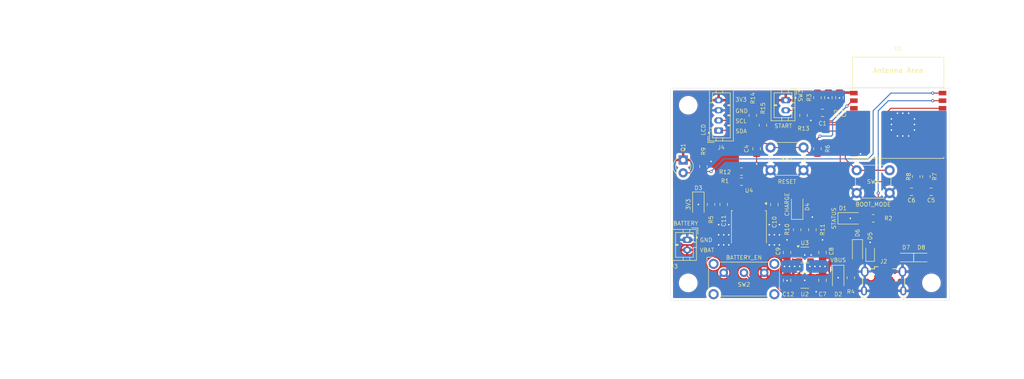
<source format=kicad_pcb>
(kicad_pcb (version 20240108) (generator "pcbnew") (generator_version "8.0")
  (title_block (title "laser photogate ESP32 board") (date "2024-03-26") (rev "1") (company "Trevor Vannoy"))
  (layers (0 "F.Cu" signal) (31 "B.Cu" signal) (34 "B.Paste" user) (35 "F.Paste" user) (36 "B.SilkS" user "B.Silkscreen") (37 "F.SilkS" user "F.Silkscreen") (38 "B.Mask" user) (39 "F.Mask" user) (44 "Edge.Cuts" user))
  (net 0 "")
  (net 1 "/EN")
  (net 2 "GND")
  (net 3 "+3V3")
  (net 4 "Net-(C4-Pad1)")
  (net 5 "/USB_D-")
  (net 6 "/USB_D+")
  (net 7 "VDD")
  (net 8 "VBAT")
  (net 9 "Net-(D1-A)")
  (net 10 "Net-(D2-A)")
  (net 11 "Net-(D3-A)")
  (net 12 "Net-(D4-K)")
  (net 13 "VBUS")
  (net 14 "/IO9")
  (net 16 "/~{LASER_TRIPPED}")
  (net 17 "/IO2")
  (net 18 "/HEARTBEAT")
  (net 19 "Net-(U3-STAT)")
  (net 20 "Net-(U3-PROG)")
  (net 21 "/IO8")
  (net 22 "Net-(SW2-B)")
  (net 23 "/SDA")
  (net 26 "/SCL")
  (net 27 "/START")
  (net 32 "/D+")
  (net 33 "/D-")
  (footprint "Package_TO_SOT_SMD:SOT-23-5" (layer "F.Cu") (at 172 91)
    (property "Reference" "U3")
    (property "Value" "MCP73831-2-OT")
  )
  (footprint "Button_Switch_THT:SW_PUSH_6mm_H4.3mm" (layer "F.Cu") (at 188.75 78.75 180)
    (property "Reference" "SW4")
    (property "Value" "BOOT_MODE")
  )
  (footprint "Capacitor_SMD:C_0805_2012Metric_Pad1.18x1.45mm_HandSolder" (layer "F.Cu") (at 193.0625 78.5 180)
    (property "Reference" "C6")
    (property "Value" "22pF")
  )
  (footprint "Resistor_SMD:R_0805_2012Metric_Pad1.20x1.40mm_HandSolder" (layer "F.Cu") (at 174.5 59.9 90)
    (property "Reference" "R3")
    (property "Value" "10k")
  )
  (footprint "Resistor_SMD:R_0805_2012Metric_Pad1.20x1.40mm_HandSolder" (layer "F.Cu") (at 159.5 74.5 180)
    (property "Reference" "R12")
    (property "Value" "10k")
  )
  (footprint "Capacitor_SMD:C_0805_2012Metric_Pad1.18x1.45mm_HandSolder" (layer "F.Cu") (at 162.5 70 -90)
    (property "Reference" "C4")
    (property "Value" "1uF")
  )
  (footprint "Capacitor_SMD:C_0805_2012Metric_Pad1.18x1.45mm_HandSolder" (layer "F.Cu") (at 196.9375 78.5 180)
    (property "Reference" "C5")
    (property "Value" "22pF")
  )
  (footprint "LED_THT:LED_D3.0mm_Clear" (layer "F.Cu") (at 148 72.225 -90)
    (property "Reference" "Q1")
    (property "Value" "Q_Photo_NPN")
  )
  (footprint "Resistor_SMD:R_0805_2012Metric_Pad1.20x1.40mm_HandSolder" (layer "F.Cu") (at 170.5 86 -90)
    (property "Reference" "R10")
    (property "Value" "390")
  )
  (footprint "Button_Switch_THT:SW_E-Switch_EG1224_SPDT_Angled" (layer "F.Cu") (at 156 94.5)
    (property "Reference" "SW2")
    (property "Value" "BATTERY_EN")
  )
  (footprint "Connector_JST:JST_PH_B2B-PH-K_1x02_P2.00mm_Vertical" (layer "F.Cu") (at 148.8 88 -90)
    (property "Reference" "J3")
    (property "Value" "BATTERY")
  )
  (footprint "LED_SMD:LED_1206_3216Metric_Pad1.42x1.75mm_HandSolder" (layer "F.Cu") (at 151 81 -90)
    (property "Reference" "D3")
    (property "Value" "3V3")
  )
  (footprint "Button_Switch_THT:SW_PUSH_6mm_H4.3mm" (layer "F.Cu") (at 171.75 74.25 180)
    (property "Reference" "SW1")
    (property "Value" "RESET")
  )
  (footprint "PCM_Espressif:ESP32-C3-WROOM-02" (layer "F.Cu") (at 190.44 64.9)
    (property "Reference" "U1")
    (property "Value" "ESP32-C3-WROOM-02")
  )
  (footprint "Resistor_SMD:R_0805_2012Metric_Pad1.20x1.40mm_HandSolder" (layer "F.Cu") (at 194 75.5 -90)
    (property "Reference" "R8")
    (property "Value" "0")
  )
  (footprint "Diode_SMD:D_SOD-123F" (layer "F.Cu") (at 182.4 90.15 -90)
    (property "Reference" "D5")
    (property "Value" "NRVB120VLSF")
  )
  (footprint "Connector_JST:JST_PH_B4B-PH-K_1x04_P2.00mm_Vertical" (layer "F.Cu") (at 155 66.4 90)
    (property "Reference" "J4")
    (property "Value" "LCD")
  )
  (footprint "Capacitor_SMD:C_0805_2012Metric_Pad1.18x1.45mm_HandSolder" (layer "F.Cu") (at 168.5 96 -90)
    (property "Reference" "C12")
    (property "Value" "0.1uF")
  )
  (footprint "Resistor_SMD:R_0805_2012Metric_Pad1.20x1.40mm_HandSolder" (layer "F.Cu") (at 152 73.5 90)
    (property "Reference" "R9")
    (property "Value" "10k")
  )
  (footprint "LED_SMD:LED_1206_3216Metric_Pad1.42x1.75mm_HandSolder" (layer "F.Cu") (at 181 83.75)
    (property "Reference" "D1")
    (property "Value" "STATUS")
  )
  (footprint "Resistor_SMD:R_0805_2012Metric_Pad1.20x1.40mm_HandSolder" (layer "F.Cu") (at 173.5 86 90)
    (property "Reference" "R11")
    (property "Value" "2k")
  )
  (footprint "Capacitor_SMD:C_0805_2012Metric_Pad1.18x1.45mm_HandSolder" (layer "F.Cu") (at 168.5 90.5 90)
    (property "Reference" "C9")
    (property "Value" "4.7uF")
  )
  (footprint "Resistor_SMD:R_0805_2012Metric_Pad1.20x1.40mm_HandSolder" (layer "F.Cu") (at 171.75 63.4 -90)
    (property "Reference" "R13")
    (property "Value" "10k")
  )
  (footprint "Resistor_SMD:R_0805_2012Metric_Pad1.20x1.40mm_HandSolder" (layer "F.Cu") (at 185.5 83.75 180)
    (property "Reference" "R2")
    (property "Value" "180")
  )
  (footprint "Diode_SMD:D_SOD-323" (layer "F.Cu") (at 184.9 90.65 90)
    (property "Reference" "D6")
    (property "Value" "SD05_SOD323")
  )
  (footprint "MountingHole:MountingHole_3.2mm_M3" (layer "F.Cu") (at 197 96.5)
    (property "Reference" "REF**" (hide yes))
    (property "Value" "MountingHole_3.2mm_M3")
  )
  (footprint "MountingHole:MountingHole_3.2mm_M3" (layer "F.Cu") (at 149 61.4)
    (property "Reference" "REF**" (hide yes))
    (property "Value" "MountingHole_3.2mm_M3")
  )
  (footprint "MountingHole:MountingHole_3.2mm_M3" (layer "F.Cu") (at 149 96.5)
    (property "Reference" "REF**" (hide yes))
    (property "Value" "MountingHole_3.2mm_M3")
  )
  (footprint "Resistor_SMD:R_0805_2012Metric_Pad1.20x1.40mm_HandSolder" (layer "F.Cu") (at 174.5 70 90)
    (property "Reference" "R6")
    (property "Value" "0")
  )
  (footprint "Package_TO_SOT_SMD:SOT-23-5" (layer "F.Cu") (at 172 96)
    (property "Reference" "U2")
    (property "Value" "MAX40200AUK")
  )
  (footprint "Connector_JST:JST_PH_B2B-PH-K_1x02_P2.00mm_Vertical" (layer "F.Cu") (at 168.25 60.4 -90)
    (property "Reference" "SW3")
    (property "Value" "START")
  )
  (footprint "Resistor_SMD:R_0805_2012Metric_Pad1.20x1.40mm_HandSolder" (layer "F.Cu") (at 163.75 65.35 -90)
    (property "Reference" "R15")
    (property "Value" "4.7k")
  )
  (footprint "LED_SMD:LED_1206_3216Metric_Pad1.42x1.75mm_HandSolder" (layer "F.Cu") (at 178.594548 95.4875 -90)
    (property "Reference" "D2")
    (property "Value" "VBUS")
  )
  (footprint "Capacitor_SMD:C_0805_2012Metric_Pad1.18x1.45mm_HandSolder" (layer "F.Cu") (at 175.5 96 -90)
    (property "Reference" "C7")
    (property "Value" "10uF")
  )
  (footprint "Connector_USB:USB_Micro-B_Wuerth_629105150521" (layer "F.Cu") (at 187.569548 96.125)
    (property "Reference" "J2")
    (property "Value" "USB_B_Micro")
  )
  (footprint "Resistor_SMD:R_0805_2012Metric_Pad1.20x1.40mm_HandSolder" (layer "F.Cu") (at 196 75.5 -90)
    (property "Reference" "R7")
    (property "Value" "0")
  )
  (footprint "Capacitor_SMD:C_0805_2012Metric_Pad1.18x1.45mm_HandSolder" (layer "F.Cu") (at 156 81 90)
    (property "Reference" "C11")
    (property "Value" "2.2uF")
  )
  (footprint "Diode_SMD:D_SOD-323" (layer "F.Cu") (at 191.9 91.5 180)
    (property "Reference" "D7")
    (property "Value" "SD05_SOD323")
  )
  (footprint "Resistor_SMD:R_0805_2012Metric_Pad1.20x1.40mm_HandSolder" (layer "F.Cu") (at 159.5 76.5 180)
    (property "Reference" "R1")
    (property "Value" "10k")
  )
  (footprint "Resistor_SMD:R_0805_2012Metric_Pad1.20x1.40mm_HandSolder" (layer "F.Cu") (at 181.094548 95.5 -90)
    (property "Reference" "R4")
    (property "Value" "180")
  )
  (footprint "Capacitor_SMD:C_0805_2012Metric_Pad1.18x1.45mm_HandSolder" (layer "F.Cu") (at 178.85 59.9 -90)
    (property "Reference" "C3")
    (property "Value" "0.1uF")
  )
  (footprint "Package_TO_SOT_SMD:TO-252-3_TabPin2" (layer "F.Cu") (at 160.975 85.54 -90)
    (property "Reference" "U4")
    (property "Value" "LD39150DT33")
  )
  (footprint "Resistor_SMD:R_0805_2012Metric_Pad1.20x1.40mm_HandSolder" (layer "F.Cu") (at 153.5 81 -90)
    (property "Reference" "R5")
    (property "Value" "180")
  )
  (footprint "LED_SMD:LED_1206_3216Metric_Pad1.42x1.75mm_HandSolder" (layer "F.Cu") (at 170.5 81.5 90)
    (property "Reference" "D4")
    (property "Value" "CHARGE")
  )
  (footprint "Diode_SMD:D_SOD-323" (layer "F.Cu") (at 195.1 91.5)
    (property "Reference" "D8")
    (property "Value" "SD05_SOD323")
  )
  (footprint "Capacitor_SMD:C_0805_2012Metric_Pad1.18x1.45mm_HandSolder" (layer "F.Cu") (at 175.5 90.5 90)
    (property "Reference" "C8")
    (property "Value" "4.7uF")
  )
  (footprint "Resistor_SMD:R_0805_2012Metric_Pad1.20x1.40mm_HandSolder" (layer "F.Cu") (at 161.75 63.4 -90)
    (property "Reference" "R14")
    (property "Value" "4.7k")
  )
  (footprint "Capacitor_SMD:C_0805_2012Metric_Pad1.18x1.45mm_HandSolder" (layer "F.Cu") (at 166 81.0375 90)
    (property "Reference" "C10")
    (property "Value" "1uF")
  )
  (footprint "Capacitor_SMD:C_0805_2012Metric_Pad1.18x1.45mm_HandSolder" (layer "F.Cu") (at 175.5 62.9)
    (property "Reference" "C1")
    (property "Value" "1uF")
  )
  (footprint "Capacitor_SMD:C_0805_2012Metric_Pad1.18x1.45mm_HandSolder" (layer "F.Cu") (at 176.66 59.9 90)
    (property "Reference" "C2")
    (property "Value" "10uF")
  )
  (gr_rect (start 145.5 58) (end 200.5 100) (stroke (width 0.05)) (fill none) (layer "Edge.Cuts"))
  (gr_text "GND" (at 158.25 63 0) (layer "F.SilkS") (effects (font (size 0.8 0.8) (thickness 0.1) (bold yes)) (justify left bottom)))
  (gr_text "GND" (at 151.25 88.5 0) (layer "F.SilkS") (effects (font (size 0.8 0.8) (thickness 0.1)) (justify left bottom)))
  (gr_text "3V3" (at 158.25 60.75 0) (layer "F.SilkS") (effects (font (size 0.8 0.8) (thickness 0.1) (bold yes)) (justify left bottom)))
  (gr_text "VBAT" (at 151.25 90.5 0) (layer "F.SilkS") (effects (font (size 0.8 0.8) (thickness 0.1)) (justify left bottom)))
  (gr_text "SCL" (at 158.25 65 0) (layer "F.SilkS") (effects (font (size 0.8 0.8) (thickness 0.1) (bold yes)) (justify left bottom)))
  (gr_text "SDA" (at 158.25 67 0) (layer "F.SilkS") (effects (font (size 0.8 0.8) (thickness 0.1) (bold yes)) (justify left bottom)))
  (segment (start 180.32 61.57) (end 177.39 64.5) (width 0.2) (layer "F.Cu") (net 1))
  (segment (start 174.4625 62.9) (end 176.0625 64.5) (width 0.2) (layer "F.Cu") (net 1))
  (segment (start 174.5 60.9) (end 174.5 62.8625) (width 0.2) (layer "F.Cu") (net 1))
  (segment (start 174.5 62.8625) (end 174.4625 62.9) (width 0.2) (layer "F.Cu") (net 1))
  (segment (start 176.0625 64.5) (end 176.5 64.5) (width 0.2) (layer "F.Cu") (net 1))
  (segment (start 181.39 60.5) (end 180.32 61.57) (width 0.2) (layer "F.Cu") (net 1))
  (segment (start 177.39 64.5) (end 176.5 64.5) (width 0.2) (layer "F.Cu") (net 1))
  (segment (start 174.5 69) (end 174.5 68) (width 0.2) (layer "F.Cu") (net 1))
  (segment (start 181.69 60.5) (end 181.39 60.5) (width 0.2) (layer "F.Cu") (net 1))
  (segment (start 174.5 68) (end 175 67.5) (width 0.2) (layer "F.Cu") (net 1))
  (via (at 180.32 61.57) (size 0.6) (drill 0.3) (layers "F.Cu" "B.Cu") (net 1))
  (via (at 175 67.5) (size 0.6) (drill 0.3) (layers "F.Cu" "B.Cu") (net 1))
  (segment (start 177.5 67.25) (end 177.5 64.39) (width 0.2) (layer "B.Cu") (net 1))
  (segment (start 177.25 67.5) (end 177.5 67.25) (width 0.2) (layer "B.Cu") (net 1))
  (segment (start 175 67.5) (end 177.25 67.5) (width 0.2) (layer "B.Cu") (net 1))
  (segment (start 177.5 64.39) (end 180.32 61.57) (width 0.2) (layer "B.Cu") (net 1))
  (segment (start 152 72.5) (end 153.5 72.5) (width 0.2) (layer "F.Cu") (net 2))
  (segment (start 160.975 80.5) (end 160.975 86.8) (width 0.4) (layer "F.Cu") (net 2))
  (segment (start 178.85 60.9375) (end 178.85 59.95) (width 0.2) (layer "F.Cu") (net 2))
  (segment (start 176.66 60.9375) (end 176.66 59.96) (width 0.2) (layer "F.Cu") (net 2))
  (segment (start 178.594548 94) (end 178.594548 95.4875) (width 0.2) (layer "F.Cu") (net 2))
  (segment (start 179.50625 83.75) (end 180.99375 83.75) (width 0.2) (layer "F.Cu") (net 2))
  (segment (start 162.5 71.0375) (end 162.5 73) (width 0.2) (layer "F.Cu") (net 2))
  (segment (start 168.5 97.0375) (end 168.5 96.05) (width 0.2) (layer "F.Cu") (net 2))
  (segment (start 176.66 59.96) (end 176.65 59.95) (width 0.2) (layer "F.Cu") (net 2))
  (segment (start 173.5 85) (end 173.5 83.5) (width 0.2) (layer "F.Cu") (net 2))
  (segment (start 170.8625 96) (end 172 96) (width 0.2) (layer "F.Cu") (net 2))
  (segment (start 181.69 71) (end 183 71) (width 0.2) (layer "F.Cu") (net 2))
  (segment (start 176.5375 61.06) (end 176.66 60.9375) (width 0.2) (layer "F.Cu") (net 2))
  (segment (start 171.75 64.4) (end 173.2 64.4) (width 0.2) (layer "F.Cu") (net 2))
  (segment (start 184.9 89.6) (end 184.9 88.5) (width 0.2) (layer "F.Cu") (net 2))
  (segment (start 175.4625 97.0375) (end 174.25 98.25) (width 0.2) (layer "F.Cu") (net 2))
  (segment (start 175.5 97.0375) (end 175.4625 97.0375) (width 0.2) (layer "F.Cu") (net 2))
  (segment (start 151 79.5125) (end 151 81) (width 0.2) (layer "F.Cu") (net 2))
  (segment (start 176.5375 62.9) (end 176.5375 61.06) (width 0.2) (layer "F.Cu") (net 2))
  (via (at 168.5 88) (size 0.6) (drill 0.3) (layers "F.Cu" "B.Cu") (net 2))
  (via (at 167 85) (size 0.6) (drill 0.3) (layers "F.Cu" "B.Cu") (net 2))
  (via (at 166 87) (size 0.6) (drill 0.3) (layers "F.Cu" "B.Cu") (net 2))
  (via (at 176.65 59.95) (size 0.6) (drill 0.3) (layers "F.Cu" "B.Cu") (net 2))
  (via (at 190.3 67.475) (size 0.6) (drill 0.3) (layers "F.Cu" "B.Cu") (net 2))
  (via (at 183 71) (size 0.6) (drill 0.3) (layers "F.Cu" "B.Cu") (net 2))
  (via (at 167 87) (size 0.6) (drill 0.3) (layers "F.Cu" "B.Cu") (net 2))
  (via (at 193.65 64.1) (size 0.6) (drill 0.3) (layers "F.Cu" "B.Cu") (net 2))
  (via (at 172 91) (size 0.6) (drill 0.3) (layers "F.Cu" "B.Cu") (net 2))
  (via (at 190.3 62.975) (size 0.6) (drill 0.3) (layers "F.Cu" "B.Cu") (net 2))
  (via (at 157 87) (size 0.6) (drill 0.3) (layers "F.Cu" "B.Cu") (net 2))
  (via (at 166 89) (size 0.6) (drill 0.3) (layers "F.Cu" "B.Cu") (net 2))
  (via (at 165 85) (size 0.6) (drill 0.3) (layers "F.Cu" "B.Cu") (net 2))
  (via (at 153.5 72.5) (size 0.6) (drill 0.3) (layers "F.Cu" "B.Cu") (net 2))
  (via (at 193.65 65.2) (size 0.6) (drill 0.3) (layers "F.Cu" "B.Cu") (net 2))
  (via (at 155 85) (size 0.6) (drill 0.3) (layers "F.Cu" "B.Cu") (net 2))
  (via (at 156 87) (size 0.6) (drill 0.3) (layers "F.Cu" "B.Cu") (net 2))
  (via (at 192.5 62.975) (size 0.6) (drill 0.3) (layers "F.Cu" "B.Cu") (net 2))
  (via (at 151 81) (size 0.6) (drill 0.3) (layers "F.Cu" "B.Cu") (net 2))
  (via (at 157 85) (size 0.6) (drill 0.3) (layers "F.Cu" "B.Cu") (net 2))
  (via (at 178.85 59.95) (size 0.6) (drill 0.3) (layers "F.Cu" "B.Cu") (net 2))
  (via (at 191.35 62.975) (size 0.6) (drill 0.3) (layers "F.Cu" "B.Cu") (net 2))
  (via (at 165 87) (size 0.6) (drill 0.3) (layers "F.Cu" "B.Cu") (net 2))
  (via (at 192.5 67.475) (size 0.6) (drill 0.3) (layers "F.Cu" "B.Cu") (net 2))
  (via (at 157 89) (size 0.6) (drill 0.3) (layers "F.Cu" "B.Cu") (net 2))
  (via (at 156 89) (size 0.6) (drill 0.3) (layers "F.Cu" "B.Cu") (net 2))
  (via (at 184.9 88.5) (size 0.6) (drill 0.3) (layers "F.Cu" "B.Cu") (net 2))
  (via (at 191.35 67.475) (size 0.6) (drill 0.3) (layers "F.Cu" "B.Cu") (net 2))
  (via (at 193.65 66.3) (size 0.6) (drill 0.3) (layers "F.Cu" "B.Cu") (net 2))
  (via (at 189.1 66.3) (size 0.6) (drill 0.3) (layers "F.Cu" "B.Cu") (net 2))
  (via (at 162.5 73) (size 0.6) (drill 0.3) (layers "F.Cu" "B.Cu") (net 2))
  (via (at 178.594548 95.4875) (size 0.6) (drill 0.3) (layers "F.Cu" "B.Cu") (net 2))
  (via (at 174.25 98.25) (size 0.6) (drill 0.3) (layers "F.Cu" "B.Cu") (net 2))
  (via (at 175.5 88) (size 0.6) (drill 0.3) (layers "F.Cu" "B.Cu") (net 2))
  (via (at 155 89) (size 0.6) (drill 0.3) (layers "F.Cu" "B.Cu") (net 2))
  (via (at 180.99375 83.75) (size 0.6) (drill 0.3) (layers "F.Cu" "B.Cu") (net 2))
  (via (at 173.2 64.4) (size 0.6) (drill 0.3) (layers "F.Cu" "B.Cu") (net 2))
  (via (at 173.25 91) (size 0.6) (drill 0.3) (layers "F.Cu" "B.Cu") (net 2))
  (via (at 168.5 96.05) (size 0.6) (drill 0.3) (layers "F.Cu" "B.Cu") (net 2))
  (via (at 165 89) (size 0.6) (drill 0.3) (layers "F.Cu" "B.Cu") (net 2))
  (via (at 189.1 65.2) (size 0.6) (drill 0.3) (layers "F.Cu" "B.Cu") (net 2))
  (via (at 173.5 83.5) (size 0.6) (drill 0.3) (layers "F.Cu" "B.Cu") (net 2))
  (via (at 189.1 64.1) (size 0.6) (drill 0.3) (layers "F.Cu" "B.Cu") (net 2))
  (via (at 167 89) (size 0.6) (drill 0.3) (layers "F.Cu" "B.Cu") (net 2))
  (via (at 155 87) (size 0.6) (drill 0.3) (layers "F.Cu" "B.Cu") (net 2))
  (via (at 172 96) (size 0.6) (drill 0.3) (layers "F.Cu" "B.Cu") (net 2))
  (segment (start 181.59 58.9) (end 181.69 59) (width 0.5) (layer "F.Cu") (net 3))
  (segment (start 174.5 58.9) (end 181.59 58.9) (width 0.5) (layer "F.Cu") (net 3))
  (segment (start 165.25 69.75) (end 171.75 69.75) (width 0.2) (layer "F.Cu") (net 4))
  (segment (start 162.5 68.9625) (end 164.4625 68.9625) (width 0.2) (layer "F.Cu") (net 4))
  (segment (start 173 71) (end 171.75 69.75) (width 0.2) (layer "F.Cu") (net 4))
  (segment (start 174.5 71) (end 173 71) (width 0.2) (layer "F.Cu") (net 4))
  (segment (start 164.4625 68.9625) (end 165.25 69.75) (width 0.2) (layer "F.Cu") (net 4))
  (segment (start 194.05 91.950001) (end 194.05 91.5) (width 0.2088) (layer "F.Cu") (net 5))
  (segment (start 186.919548 95.200001) (end 187.076648 95.357101) (width 0.2088) (layer "F.Cu") (net 5))
  (segment (start 194.05 91.5) (end 194.05 91.049999) (width 0.2088) (layer "F.Cu") (net 5))
  (segment (start 188 96.6679) (end 191.639096 96.6679) (width 0.2088) (layer "F.Cu") (net 5))
  (segment (start 193.6679 88.819548) (end 195.1679 87.319548) (width 0.2088) (layer "F.Cu") (net 5))
  (segment (start 195.9 76.6) (end 196 76.5) (width 0.2088) (layer "F.Cu") (net 5))
  (segment (start 195.9 78.5) (end 195.9 76.6) (width 0.2088) (layer "F.Cu") (net 5))
  (segment (start 193.6679 90.667899) (end 193.6679 88.819548) (width 0.2088) (layer "F.Cu") (net 5))
  (segment (start 195.1679 80.319601) (end 195.9 79.587501) (width 0.2088) (layer "F.Cu") (net 5))
  (segment (start 195.9 79.587501) (end 195.9 78.5) (width 0.2088) (layer "F.Cu") (net 5))
  (segment (start 191.639096 96.6679) (end 193.6679 94.639096) (width 0.2088) (layer "F.Cu") (net 5))
  (segment (start 193.6679 92.332101) (end 194.05 91.950001) (width 0.2088) (layer "F.Cu") (net 5))
  (segment (start 195.1679 87.319548) (end 195.1679 80.319601) (width 0.2088) (layer "F.Cu") (net 5))
  (segment (start 193.6679 94.639096) (end 193.6679 92.332101) (width 0.2088) (layer "F.Cu") (net 5))
  (segment (start 186.919548 94.225) (end 186.919548 95.200001) (width 0.2088) (layer "F.Cu") (net 5))
  (segment (start 187.076648 95.357101) (end 187.076648 95.744548) (width 0.2088) (layer "F.Cu") (net 5))
  (segment (start 194.05 91.049999) (end 193.6679 90.667899) (width 0.2088) (layer "F.Cu") (net 5))
  (segment (start 187.076648 95.744548) (end 188 96.6679) (width 0.2088) (layer "F.Cu") (net 5))
  (segment (start 194.8321 87.180452) (end 194.8321 80.319601) (width 0.2088) (layer "F.Cu") (net 6))
  (segment (start 187.412448 95.357101) (end 187.412448 95.605452) (width 0.2088) (layer "F.Cu") (net 6))
  (segment (start 191.5 96.3321) (end 193.3321 94.5) (width 0.2088) (layer "F.Cu") (net 6))
  (segment (start 192.95 91.950001) (end 192.95 91.5) (width 0.2088) (layer "F.Cu") (net 6))
  (segment (start 193.3321 92.332101) (end 192.95 91.950001) (width 0.2088) (layer "F.Cu") (net 6))
  (segment (start 194.1 78.5) (end 194.1 76.6) (width 0.2088) (layer "F.Cu") (net 6))
  (segment (start 194.1 76.6) (end 194 76.5) (width 0.2088) (layer "F.Cu") (net 6))
  (segment (start 193.3321 94.5) (end 193.3321 92.332101) (width 0.2088) (layer "F.Cu") (net 6))
  (segment (start 192.95 91.049999) (end 193.3321 90.667899) (width 0.2088) (layer "F.Cu") (net 6))
  (segment (start 192.95 91.5) (end 192.95 91.049999) (width 0.2088) (layer "F.Cu") (net 6))
  (segment (start 187.569548 94.225) (end 187.569548 95.200001) (width 0.2088) (layer "F.Cu") (net 6))
  (segment (start 187.569548 95.200001) (end 187.412448 95.357101) (width 0.2088) (layer "F.Cu") (net 6))
  (segment (start 193.3321 88.680452) (end 194.8321 87.180452) (width 0.2088) (layer "F.Cu") (net 6))
  (segment (start 193.3321 90.667899) (end 193.3321 88.680452) (width 0.2088) (layer "F.Cu") (net 6))
  (segment (start 188.139096 96.3321) (end 191.5 96.3321) (width 0.2088) (layer "F.Cu") (net 6))
  (segment (start 187.412448 95.605452) (end 188.139096 96.3321) (width 0.2088) (layer "F.Cu") (net 6))
  (segment (start 194.1 79.587501) (end 194.1 78.5) (width 0.2088) (layer "F.Cu") (net 6))
  (segment (start 194.8321 80.319601) (end 194.1 79.587501) (width 0.2088) (layer "F.Cu") (net 6))
  (via (at 174 93.25) (size 0.6) (drill 0.3) (layers "F.Cu" "B.Cu") (net 7))
  (via (at 176 93.25) (size 0.6) (drill 0.3) (layers "F.Cu" "B.Cu") (net 7))
  (via (at 173 93.25) (size 0.6) (drill 0.3) (layers "F.Cu" "B.Cu") (net 7))
  (via (at 175 93.25) (size 0.6) (drill 0.3) (layers "F.Cu" "B.Cu") (net 7))
  (segment (start 168.5 91.5375) (end 168.9125 91.95) (width 0.4) (layer "F.Cu") (net 8))
  (via (at 170 93.25) (size 0.6) (drill 0.3) (layers "F.Cu" "B.Cu") (net 8))
  (via (at 169 93.25) (size 0.6) (drill 0.3) (layers "F.Cu" "B.Cu") (net 8))
  (via (at 168 93.25) (size 0.6) (drill 0.3) (layers "F.Cu" "B.Cu") (net 8))
  (via (at 171 93.25) (size 0.6) (drill 0.3) (layers "F.Cu" "B.Cu") (net 8))
  (segment (start 182.4875 83.75) (end 184.5 83.75) (width 0.2) (layer "F.Cu") (net 9))
  (segment (start 179.475 96.5) (end 179 96.975) (width 0.2) (layer "F.Cu") (net 10))
  (segment (start 181.5 96.5) (end 179.475 96.5) (width 0.2) (layer "F.Cu") (net 10))
  (segment (start 153.5 82) (end 153 82) (width 0.2) (layer "F.Cu") (net 11))
  (segment (start 153 82) (end 152.5125 82.4875) (width 0.2) (layer "F.Cu") (net 11))
  (segment (start 152.5125 82.4875) (end 151 82.4875) (width 0.2) (layer "F.Cu") (net 11))
  (segment (start 170.5 85) (end 170.5 82.9875) (width 0.2) (layer "F.Cu") (net 12))
  (segment (start 186.269548 93.069548) (end 184.9 91.7) (width 0.5) (layer "F.Cu") (net 13))
  (segment (start 182.4 91.55) (end 184.75 91.55) (width 0.5) (layer "F.Cu") (net 13))
  (segment (start 182.4 93.6) (end 181.5 94.5) (width 0.5) (layer "F.Cu") (net 13))
  (segment (start 182.4 91.55) (end 182.4 93.6) (width 0.5) (layer "F.Cu") (net 13))
  (segment (start 184.75 91.55) (end 184.9 91.7) (width 0.5) (layer "F.Cu") (net 13))
  (segment (start 186.269548 94.225) (end 186.269548 93.069548) (width 0.5) (layer "F.Cu") (net 13))
  (segment (start 181.4 69.5) (end 181.69 69.5) (width 0.2) (layer "F.Cu") (net 14))
  (segment (start 180 70.9) (end 181.4 69.5) (width 0.2) (layer "F.Cu") (net 14))
  (segment (start 182.25 74.25) (end 188.75 74.25) (width 0.2) (layer "F.Cu") (net 14))
  (segment (start 180 72) (end 180 70.9) (width 0.2) (layer "F.Cu") (net 14))
  (segment (start 182.25 74.25) (end 180 72) (width 0.2) (layer "F.Cu") (net 14))
  (segment (start 151.735 74.765) (end 152 74.5) (width 0.2) (layer "F.Cu") (net 16))
  (segment (start 199.19 59) (end 197.25 59) (width 0.2) (layer "F.Cu") (net 16))
  (segment (start 148 74.765) (end 151.735 74.765) (width 0.2) (layer "F.Cu") (net 16))
  (segment (start 152 74.5) (end 153.5 74.5) (width 0.2) (layer "F.Cu") (net 16))
  (via (at 153.5 74.5) (size 0.6) (drill 0.3) (layers "F.Cu" "B.Cu") (net 16))
  (via (at 197.25 59) (size 0.6) (drill 0.3) (layers "F.Cu" "B.Cu") (net 16))
  (segment (start 184.5 72) (end 156 72) (width 0.2) (layer "B.Cu") (net 16))
  (segment (start 185.5 71) (end 184.5 72) (width 0.2) (layer "B.Cu") (net 16))
  (segment (start 156 72) (end 153.5 74.5) (width 0.2) (layer "B.Cu") (net 16))
  (segment (start 189 59) (end 185.5 62.5) (width 0.2) (layer "B.Cu") (net 16))
  (segment (start 197.25 59) (end 189 59) (width 0.2) (layer "B.Cu") (net 16))
  (segment (start 185.5 62.5) (end 185.5 71) (width 0.2) (layer "B.Cu") (net 16))
  (segment (start 189 76.5) (end 160.5 76.5) (width 0.2) (layer "F.Cu") (net 17))
  (segment (start 189 62) (end 187.5 63.5) (width 0.2) (layer "F.Cu") (net 17))
  (segment (start 199.19 62) (end 189 62) (width 0.2) (layer "F.Cu") (net 17))
  (segment (start 190.5 72.5) (end 190.5 75) (width 0.2) (layer "F.Cu") (net 17))
  (segment (start 190.5 75) (end 189 76.5) (width 0.2) (layer "F.Cu") (net 17))
  (segment (start 187.5 69.5) (end 190.5 72.5) (width 0.2) (layer "F.Cu") (net 17))
  (segment (start 187.5 63.5) (end 187.5 69.5) (width 0.2) (layer "F.Cu") (net 17))
  (segment (start 186.5 83.75) (end 186.5 78.75) (width 0.2) (layer "F.Cu") (net 18))
  (segment (start 197.25 60.5) (end 199.19 60.5) (width 0.2) (layer "F.Cu") (net 18))
  (via (at 186.5 78.75) (size 0.6) (drill 0.3) (layers "F.Cu" "B.Cu") (net 18))
  (via (at 197.25 60.5) (size 0.6) (drill 0.3) (layers "F.Cu" "B.Cu") (net 18))
  (segment (start 186.5 62.5) (end 187.25 61.75) (width 0.2) (layer "B.Cu") (net 18))
  (segment (start 188.5 60.5) (end 193.75 60.5) (width 0.2) (layer "B.Cu") (net 18))
  (segment (start 186.5 78.75) (end 186.5 62.5) (width 0.2) (layer "B.Cu") (net 18))
  (segment (start 187.25 61.75) (end 188.5 60.5) (width 0.2) (layer "B.Cu") (net 18))
  (segment (start 193.75 60.5) (end 196.75 60.5) (width 0.2) (layer "B.Cu") (net 18))
  (segment (start 196.75 60.5) (end 197.25 60.5) (width 0.2) (layer "B.Cu") (net 18))
  (segment (start 170.5 89.6875) (end 170.5 87) (width 0.2) (layer "F.Cu") (net 19))
  (segment (start 170.8625 90.05) (end 170.5 89.6875) (width 0.2) (layer "F.Cu") (net 19))
  (segment (start 173.5 89.6875) (end 173.5 87) (width 0.2) (layer "F.Cu") (net 20))
  (segment (start 173.1375 90.05) (end 173.5 89.6875) (width 0.2) (layer "F.Cu") (net 20))
  (segment (start 179 70.39) (end 179 73.5) (width 0.2) (layer "F.Cu") (net 21))
  (segment (start 181.39 68) (end 179 70.39) (width 0.2) (layer "F.Cu") (net 21))
  (segment (start 176.5 76) (end 162 76) (width 0.2) (layer "F.Cu") (net 21))
  (segment (start 179 73.5) (end 176.5 76) (width 0.2) (layer "F.Cu") (net 21))
  (segment (start 181.69 68) (end 181.39 68) (width 0.2) (layer "F.Cu") (net 21))
  (segment (start 162 76) (end 160.5 74.5) (width 0.2) (layer "F.Cu") (net 21))
  (segment (start 168.088478 99) (end 168.8125 99) (width 0.2) (layer "F.Cu") (net 22))
  (segment (start 168.8125 99) (end 170.8625 96.95) (width 0.2) (layer "F.Cu") (net 22))
  (segment (start 166.038478 96.95) (end 168.088478 99) (width 0.2) (layer "F.Cu") (net 22))
  (segment (start 160 94.5) (end 162.45 96.95) (width 0.2) (layer "F.Cu") (net 22))
  (segment (start 162.45 96.95) (end 166.038478 96.95) (width 0.2) (layer "F.Cu") (net 22))
  (segment (start 170.661105 66.5) (end 170.661105 66.293094) (width 0.2) (layer "F.Cu") (net 23))
  (segment (start 168.059427 66.5) (end 167.901105 66.5) (width 0.2) (layer "F.Cu") (net 23))
  (segment (start 169.2542 66.086189) (end 169.06801 66.086189) (width 0.2) (layer "F.Cu") (net 23))
  (segment (start 171.097755 66.90335) (end 170.86278 66.90335) (width 0.2) (layer "F.Cu") (net 23))
  (segment (start 170.4542 66.086189) (end 170.26801 66.086189) (width 0.2) (layer "F.Cu") (net 23))
  (segment (start 170.061105 66.293094) (end 170.061105 66.5) (width 0.2) (layer "F.Cu") (net 23))
  (segment (start 169.85419 66.91383) (end 169.66802 66.91383) (width 0.2) (layer "F.Cu") (net 23))
  (segment (start 169.461105 66.706915) (end 169.461105 66.5) (width 0.2) (layer "F.Cu") (net 23))
  (segment (start 170.661105 66.701675) (end 170.661105 66.5) (width 0.2) (layer "F.Cu") (net 23))
  (segment (start 167.332891 66.5) (end 163.9 66.5) (width 0.2) (layer "F.Cu") (net 23))
  (segment (start 170.061105 66.5) (end 170.061105 66.706915) (width 0.2) (layer "F.Cu") (net 23))
  (segment (start 168.659427 66.903356) (end 168.462783 66.903356) (width 0.2) (layer "F.Cu") (net 23))
  (segment (start 155.05 66.35) (end 155 66.4) (width 0.2) (layer "F.Cu") (net 23))
  (segment (start 168.861105 66.5) (end 168.861105 66.701678) (width 0.2) (layer "F.Cu") (net 23))
  (segment (start 163.9 66.5) (end 163.75 66.35) (width 0.2) (layer "F.Cu") (net 23))
  (segment (start 181.69 66.5) (end 171.501105 66.5) (width 0.2) (layer "F.Cu") (net 23))
  (segment (start 167.901105 66.5) (end 167.332891 66.5) (width 0.2) (layer "F.Cu") (net 23))
  (segment (start 169.461105 66.5) (end 169.461105 66.293094) (width 0.2) (layer "F.Cu") (net 23))
  (segment (start 168.861105 66.293094) (end 168.861105 66.5) (width 0.2) (layer "F.Cu") (net 23))
  (segment (start 163.75 66.35) (end 155.05 66.35) (width 0.2) (layer "F.Cu") (net 23))
  (arc (start 168.261105 66.701678) (mid 168.202035 66.55907) (end 168.059427 66.5) (width 0.2) (layer "F.Cu") (net 23))
  (arc (start 169.06801 66.086189) (mid 168.921706 66.14679) (end 168.861105 66.293094) (width 0.2) (layer "F.Cu") (net 23))
  (arc (start 168.861105 66.701678) (mid 168.802035 66.844286) (end 168.659427 66.903356) (width 0.2) (layer "F.Cu") (net 23))
  (arc (start 168.462783 66.903356) (mid 168.320175 66.844286) (end 168.261105 66.701678) (width 0.2) (layer "F.Cu") (net 23))
  (arc (start 170.061105 66.706915) (mid 170.000501 66.853226) (end 169.85419 66.91383) (width 0.2) (layer "F.Cu") (net 23))
  (arc (start 171.501105 66.5) (mid 171.358499 66.559069) (end 171.29943 66.701675) (width 0.2) (layer "F.Cu") (net 23))
  (arc (start 170.26801 66.086189) (mid 170.121706 66.14679) (end 170.061105 66.293094) (width 0.2) (layer "F.Cu") (net 23))
  (arc (start 169.66802 66.91383) (mid 169.521709 66.853226) (end 169.461105 66.706915) (width 0.2) (layer "F.Cu") (net 23))
  (arc (start 169.461105 66.293094) (mid 169.400504 66.14679) (end 169.2542 66.086189) (width 0.2) (layer "F.Cu") (net 23))
  (arc (start 170.86278 66.90335) (mid 170.720174 66.844281) (end 170.661105 66.701675) (width 0.2) (layer "F.Cu") (net 23))
  (arc (start 170.661105 66.293094) (mid 170.600504 66.14679) (end 170.4542 66.086189) (width 0.2) (layer "F.Cu") (net 23))
  (arc (start 171.29943 66.701675) (mid 171.240361 66.844281) (end 171.097755 66.90335) (width 0.2) (layer "F.Cu") (net 23))
  (segment (start 167.385747 65.25) (end 181.44 65.25) (width 0.2) (layer "F.Cu") (net 26))
  (segment (start 157.091864 64.4) (end 156.355859 64.4) (width 0.2) (layer "F.Cu") (net 26))
  (segment (start 158.651864 64.633147) (end 158.651864 64.4) (width 0.2) (layer "F.Cu") (net 26))
  (segment (start 157.218747 64.4) (end 157.091864 64.4) (width 0.2) (layer "F.Cu") (net 26))
  (segment (start 161.75 64.4) (end 162.6 65.25) (width 0.2) (layer "F.Cu") (net 26))
  (segment (start 158.051864 64.165943) (end 158.051864 64.4) (width 0.2) (layer "F.Cu") (net 26))
  (segment (start 166.690172 65.25) (end 166.810172 65.25) (width 0.2) (layer "F.Cu") (net 26))
  (segment (start 156.355859 64.4) (end 155 64.4) (width 0.2) (layer "F.Cu") (net 26))
  (segment (start 166.090172 64.710352) (end 166.210172 64.710352) (width 0.2) (layer "F.Cu") (net 26))
  (segment (start 158.051864 64.4) (end 158.051864 64.633117) (width 0.2) (layer "F.Cu") (net 26))
  (segment (start 166.810172 65.25) (end 167.385747 65.25) (width 0.2) (layer "F.Cu") (net 26))
  (segment (start 157.818747 64.866234) (end 157.684981 64.866234) (width 0.2) (layer "F.Cu") (net 26))
  (segment (start 181.44 65.25) (end 181.69 65) (width 0.2) (layer "F.Cu") (net 26))
  (segment (start 165.850172 65.01) (end 165.850172 64.950352) (width 0.2) (layer "F.Cu") (net 26))
  (segment (start 162.6 65.25) (end 165.610172 65.25) (width 0.2) (layer "F.Cu") (net 26))
  (segment (start 158.417807 63.931886) (end 158.285921 63.931886) (width 0.2) (layer "F.Cu") (net 26))
  (segment (start 158.651864 64.4) (end 158.651864 64.165943) (width 0.2) (layer "F.Cu") (net 26))
  (segment (start 161.75 64.4) (end 159.491864 64.4) (width 0.2) (layer "F.Cu") (net 26))
  (segment (start 159.02557 64.866294) (end 158.885011 64.866294) (width 0.2) (layer "F.Cu") (net 26))
  (segment (start 166.450172 64.950352) (end 166.450172 65.01) (width 0.2) (layer "F.Cu") (net 26))
  (arc (start 165.610172 65.25) (mid 165.779878 65.179706) (end 165.850172 65.01) (width 0.2) (layer "F.Cu") (net 26))
  (arc (start 165.850172 64.950352) (mid 165.920466 64.780646) (end 166.090172 64.710352) (width 0.2) (layer "F.Cu") (net 26))
  (arc (start 159.258717 64.633147) (mid 159.19043 64.798007) (end 159.02557 64.866294) (width 0.2) (layer "F.Cu") (net 26))
  (arc (start 158.651864 64.165943) (mid 158.58331 64.00044) (end 158.417807 63.931886) (width 0.2) (layer "F.Cu") (net 26))
  (arc (start 157.451864 64.633117) (mid 157.383586 64.468278) (end 157.218747 64.4) (width 0.2) (layer "F.Cu") (net 26))
  (arc (start 166.450172 65.01) (mid 166.520466 65.179706) (end 166.690172 65.25) (width 0.2) (layer "F.Cu") (net 26))
  (arc (start 158.285921 63.931886) (mid 158.120418 64.00044) (end 158.051864 64.165943) (width 0.2) (layer "F.Cu") (net 26))
  (arc (start 158.051864 64.633117) (mid 157.983586 64.797956) (end 157.818747 64.866234) (width 0.2) (layer "F.Cu") (net 26))
  (arc (start 157.684981 64.866234) (mid 157.520142 64.797956) (end 157.451864 64.633117) (width 0.2) (layer "F.Cu") (net 26))
  (arc (start 159.491864 64.4) (mid 159.327004 64.468287) (end 159.258717 64.633147) (width 0.2) (layer "F.Cu") (net 26))
  (arc (start 158.885011 64.866294) (mid 158.720151 64.798007) (end 158.651864 64.633147) (width 0.2) (layer "F.Cu") (net 26))
  (arc (start 166.210172 64.710352) (mid 166.379878 64.780646) (end 166.450172 64.950352) (width 0.2) (layer "F.Cu") (net 26))
  (segment (start 178.423 64.827) (end 179.75 63.5) (width 0.2) (layer "F.Cu") (net 27))
  (segment (start 171.75 62.4) (end 168.25 62.4) (width 0.2) (layer "F.Cu") (net 27))
  (segment (start 179.75 63.5) (end 181.69 63.5) (width 0.2) (layer "F.Cu") (net 27))
  (segment (start 172.15 62.4) (end 174.577 64.827) (width 0.2) (layer "F.Cu") (net 27))
  (segment (start 171.75 62.4) (end 172.15 62.4) (width 0.2) (layer "F.Cu") (net 27))
  (segment (start 174.577 64.827) (end 178.423 64.827) (width 0.2) (layer "F.Cu") (net 27))
  (segment (start 198.064999 66.5) (end 199.19 66.5) (width 0.2088) (layer "F.Cu") (net 32))
  (segment (start 196 73.449999) (end 195.1679 72.617899) (width 0.2088) (layer "F.Cu") (net 32))
  (segment (start 195.1679 72.617899) (end 195.1679 67.069548) (width 0.2088) (layer "F.Cu") (net 32))
  (segment (start 197.482899 65.9179) (end 198.064999 66.5) (width 0.2088) (layer "F.Cu") (net 32))
  (segment (start 196 74.5) (end 196 73.449999) (width 0.2088) (layer "F.Cu") (net 32))
  (segment (start 195.1679 67.069548) (end 196.319548 65.9179) (width 0.2088) (layer "F.Cu") (net 32))
  (segment (start 196.319548 65.9179) (end 197.482899 65.9179) (width 0.2088) (layer "F.Cu") (net 32))
  (segment (start 194.8321 72.617899) (end 194.8321 66.930452) (width 0.2088) (layer "F.Cu") (net 33))
  (segment (start 198.064999 65) (end 199.19 65) (width 0.2088) (layer "F.Cu") (net 33))
  (segment (start 197.482899 65.5821) (end 198.064999 65) (width 0.2088) (layer "F.Cu") (net 33))
  (segment (start 196.180452 65.5821) (end 197.482899 65.5821) (width 0.2088) (layer "F.Cu") (net 33))
  (segment (start 194 74.5) (end 194 73.449999) (width 0.2088) (layer "F.Cu") (net 33))
  (segment (start 194.8321 66.930452) (end 196.180452 65.5821) (width 0.2088) (layer "F.Cu") (net 33))
  (segment (start 194 73.449999) (end 194.8321 72.617899) (width 0.2088) (layer "F.Cu") (net 33))
  (zone (net 8) (net_name "VBAT") (layer "F.Cu") (name "VBAT") (priority 1) (connect_pads (clearance 0.25)) (min_thickness 0.25) (fill yes (thermal_gap 0.25) (thermal_bridge_width 0.5) (smoothing chamfer) (radius 0.5))
    (polygon (pts (xy 152 91) (xy 171.5 91) (xy 171.5 96.5) (xy 145.5 96.5) (xy 145.5 91) (xy 145.5 88.5) (xy 152 88.5)))
  )
  (zone (net 2) (net_name "GND") (layer "F.Cu") (name "GND") (connect_pads (clearance 0.5)) (min_thickness 0.25) (fill yes (thermal_gap 0.5) (thermal_bridge_width 0.5) (smoothing chamfer) (radius 0.5))
    (polygon (pts (xy 167.5 90) (xy 167.5 82.5) (xy 171 82.5) (xy 154 82.5) (xy 154 90)))
  )
  (zone (net 7) (net_name "VDD") (layer "F.Cu") (name "VDD") (priority 1) (connect_pads (clearance 0.5)) (min_thickness 0.25) (fill yes (thermal_gap 0.5) (thermal_bridge_width 0.5) (smoothing chamfer) (radius 0.5))
    (polygon (pts (xy 172.5 81) (xy 162.5 81) (xy 162.5 78) (xy 177.5 78) (xy 177.5 86.5) (xy 184 86.5) (xy 184 90.25) (xy 179.75 90.25) (xy 177 93) (xy 177 96) (xy 172.5 96)))
  )
  (zone (net 2) (net_name "GND") (layer "F.Cu") (name "GND") (priority 2) (connect_pads thru_hole_only (clearance 0.15)) (min_thickness 0.25) (fill yes (thermal_gap 0.25) (thermal_bridge_width 0.25) (smoothing chamfer) (radius 0.5))
    (polygon (pts (xy 167.25 87.5) (xy 169.75 87.5) (xy 169.75 90.5) (xy 174 90.5) (xy 174 87.5) (xy 176.75 87.5) (xy 176.75 90.75) (xy 176.5 91) (xy 174.5 91) (xy 174.5 91.5) (xy 169.5 91.5) (xy 169.5 90.75) (xy 167.25 90.75)))
  )
  (zone (net 3) (net_name "+3V3") (layer "F.Cu") (name "+3V3") (priority 1) (connect_pads (clearance 0.5)) (min_thickness 0.25) (fill yes (thermal_gap 0.5) (thermal_bridge_width 0.5) (smoothing chamfer) (radius 0.5))
    (polygon (pts (xy 152.5 81) (xy 152.5 78) (xy 145.5 78) (xy 145.5 69.5) (xy 145.5 58) (xy 175.25 58) (xy 175.25 61.25) (xy 165.5 61.25) (xy 165.5 65) (xy 159 65) (xy 159 81)))
  )
  (zone (net 2) (net_name "GND") (layer "F.Cu") (name "GND") (connect_pads (clearance 0.127)) (min_thickness 0.2) (fill yes (thermal_gap 0.5) (thermal_bridge_width 0.5) (smoothing chamfer) (radius 0.5))
    (polygon (pts (xy 184 100) (xy 184 92.75) (xy 187.75 92.75) (xy 191 89.5) (xy 191 68) (xy 188.75 68) (xy 188.75 62.5) (xy 198.25 62.5) (xy 198.25 72) (xy 200.5 72) (xy 200.5 100)))
  )
  (zone (net 0) (net_name "") (layer "F.Cu") (name "VBAT") (connect_pads thru_hole_only (clearance 0)) (min_thickness 0.25)
    (keepout (tracks allowed) (vias allowed) (pads allowed) (copperpour not_allowed) (footprints allowed))
    (fill (thermal_gap 0.5) (thermal_bridge_width 0.5) (smoothing chamfer) (radius 0.5))
    (polygon (pts (xy 184 91.75) (xy 184 95) (xy 186 95) (xy 186 93.25) (xy 184.5 91.75)))
  )
  (zone (net 7) (net_name "VDD") (layer "B.Cu") (name "VDD") (priority 3) (connect_pads (clearance 0.5)) (min_thickness 0.25) (fill yes (thermal_gap 0.5) (thermal_bridge_width 0.5) (smoothing chamfer) (radius 0.5))
    (polygon (pts (xy 172.25 92) (xy 172.25 94.5) (xy 176.75 94.5) (xy 176.75 92)))
  )
  (zone (net 2) (net_name "GND") (layer "B.Cu") (name "GND") (connect_pads (clearance 0.5)) (min_thickness 0.25) (fill yes (thermal_gap 0.5) (thermal_bridge_width 0.5) (smoothing chamfer) (radius 0.5))
    (polygon (pts (xy 145.5 58) (xy 145.5 100) (xy 200.5 100) (xy 200.5 58)))
  )
  (zone (net 8) (net_name "VBAT") (layer "B.Cu") (name "VBAT") (priority 3) (connect_pads (clearance 0.25)) (min_thickness 0.25) (fill yes (thermal_gap 0.5) (thermal_bridge_width 0.5) (smoothing chamfer) (radius 0.5))
    (polygon (pts (xy 167.25 92) (xy 167.25 94.5) (xy 171.75 94.5) (xy 171.75 92)))
  )
  (zone (net 0) (net_name "") (layer "B.Cu") (name "antenna keepout") (connect_pads (clearance 0)) (min_thickness 0.25)
    (keepout (tracks allowed) (vias allowed) (pads allowed) (copperpour not_allowed) (footprints allowed))
    (fill (thermal_gap 0.5) (thermal_bridge_width 0.5) (smoothing chamfer) (radius 0.5))
    (polygon (pts (xy 179.94 58) (xy 179.94 62.5) (xy 200.5 62.5) (xy 200.5 58) (xy 200.4 58)))
  )
)
</source>
